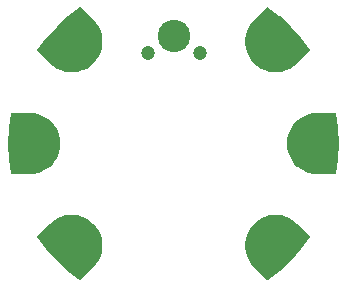
<source format=gbr>
G04 EAGLE Gerber RS-274X export*
G75*
%MOMM*%
%FSLAX34Y34*%
%LPD*%
%INSoldermask Bottom*%
%IPPOS*%
%AMOC8*
5,1,8,0,0,1.08239X$1,22.5*%
G01*
%ADD10C,2.743200*%
%ADD11C,1.203200*%

G36*
X-121900Y-26031D02*
X-121900Y-26031D01*
X-121875Y-26033D01*
X-118260Y-25774D01*
X-118223Y-25765D01*
X-118170Y-25761D01*
X-114629Y-24991D01*
X-114594Y-24976D01*
X-114542Y-24965D01*
X-111147Y-23699D01*
X-111114Y-23679D01*
X-111065Y-23661D01*
X-107884Y-21925D01*
X-107854Y-21901D01*
X-107808Y-21876D01*
X-104906Y-19704D01*
X-104880Y-19676D01*
X-104838Y-19645D01*
X-102276Y-17082D01*
X-102254Y-17051D01*
X-102216Y-17014D01*
X-100044Y-14112D01*
X-100027Y-14078D01*
X-99996Y-14036D01*
X-98259Y-10856D01*
X-98247Y-10819D01*
X-98221Y-10773D01*
X-96955Y-7378D01*
X-96948Y-7340D01*
X-96929Y-7291D01*
X-96159Y-3750D01*
X-96157Y-3712D01*
X-96146Y-3660D01*
X-95887Y-45D01*
X-95891Y-7D01*
X-95887Y45D01*
X-96146Y3660D01*
X-96155Y3697D01*
X-96159Y3750D01*
X-96929Y7291D01*
X-96944Y7326D01*
X-96955Y7378D01*
X-98221Y10773D01*
X-98241Y10806D01*
X-98259Y10856D01*
X-99996Y14036D01*
X-100019Y14066D01*
X-100044Y14112D01*
X-102216Y17014D01*
X-102244Y17040D01*
X-102276Y17082D01*
X-104838Y19645D01*
X-104869Y19666D01*
X-104906Y19704D01*
X-107808Y21876D01*
X-107842Y21893D01*
X-107884Y21925D01*
X-111065Y23661D01*
X-111101Y23673D01*
X-111147Y23699D01*
X-114542Y24965D01*
X-114580Y24972D01*
X-114629Y24991D01*
X-118170Y25761D01*
X-118208Y25763D01*
X-118260Y25774D01*
X-121875Y26033D01*
X-121895Y26031D01*
X-121920Y26034D01*
X-137160Y26034D01*
X-137184Y26030D01*
X-137208Y26032D01*
X-137294Y26010D01*
X-137381Y25995D01*
X-137402Y25982D01*
X-137426Y25976D01*
X-137498Y25925D01*
X-137574Y25880D01*
X-137589Y25862D01*
X-137610Y25847D01*
X-137660Y25775D01*
X-137715Y25706D01*
X-137723Y25683D01*
X-137737Y25663D01*
X-137777Y25525D01*
X-137787Y25494D01*
X-137787Y25489D01*
X-137789Y25483D01*
X-139454Y12831D01*
X-139453Y12807D01*
X-139459Y12776D01*
X-140016Y28D01*
X-140013Y3D01*
X-140016Y-28D01*
X-139459Y-12776D01*
X-139454Y-12800D01*
X-139454Y-12831D01*
X-137789Y-25483D01*
X-137781Y-25506D01*
X-137781Y-25531D01*
X-137748Y-25612D01*
X-137721Y-25697D01*
X-137706Y-25716D01*
X-137696Y-25738D01*
X-137637Y-25804D01*
X-137582Y-25873D01*
X-137562Y-25886D01*
X-137545Y-25904D01*
X-137466Y-25944D01*
X-137391Y-25991D01*
X-137367Y-25995D01*
X-137345Y-26007D01*
X-137203Y-26028D01*
X-137171Y-26034D01*
X-137166Y-26033D01*
X-137160Y-26034D01*
X-121920Y-26034D01*
X-121900Y-26031D01*
G37*
G36*
X137184Y-26030D02*
X137184Y-26030D01*
X137208Y-26032D01*
X137294Y-26010D01*
X137381Y-25995D01*
X137402Y-25982D01*
X137426Y-25976D01*
X137498Y-25925D01*
X137574Y-25880D01*
X137589Y-25862D01*
X137610Y-25847D01*
X137660Y-25775D01*
X137715Y-25706D01*
X137723Y-25683D01*
X137737Y-25663D01*
X137777Y-25525D01*
X137787Y-25494D01*
X137787Y-25489D01*
X137789Y-25483D01*
X139454Y-12831D01*
X139453Y-12811D01*
X139454Y-12809D01*
X139454Y-12803D01*
X139459Y-12776D01*
X140016Y-28D01*
X140013Y-3D01*
X140016Y28D01*
X139459Y12776D01*
X139454Y12800D01*
X139454Y12831D01*
X137789Y25483D01*
X137781Y25506D01*
X137781Y25531D01*
X137748Y25612D01*
X137721Y25697D01*
X137706Y25716D01*
X137696Y25738D01*
X137637Y25804D01*
X137582Y25873D01*
X137562Y25886D01*
X137545Y25904D01*
X137466Y25944D01*
X137391Y25991D01*
X137367Y25995D01*
X137345Y26007D01*
X137203Y26028D01*
X137171Y26034D01*
X137166Y26033D01*
X137160Y26034D01*
X121920Y26034D01*
X121900Y26031D01*
X121875Y26033D01*
X118260Y25774D01*
X118223Y25765D01*
X118170Y25761D01*
X114629Y24991D01*
X114594Y24976D01*
X114542Y24965D01*
X112039Y24032D01*
X111147Y23699D01*
X111114Y23679D01*
X111065Y23661D01*
X107884Y21925D01*
X107854Y21901D01*
X107808Y21876D01*
X104906Y19704D01*
X104880Y19676D01*
X104838Y19645D01*
X102276Y17082D01*
X102254Y17051D01*
X102216Y17014D01*
X100044Y14112D01*
X100027Y14078D01*
X99996Y14036D01*
X98259Y10856D01*
X98247Y10819D01*
X98221Y10773D01*
X96955Y7378D01*
X96948Y7340D01*
X96929Y7291D01*
X96159Y3750D01*
X96157Y3712D01*
X96146Y3660D01*
X95887Y45D01*
X95891Y7D01*
X95887Y-45D01*
X96146Y-3660D01*
X96155Y-3697D01*
X96159Y-3750D01*
X96929Y-7291D01*
X96944Y-7326D01*
X96955Y-7378D01*
X98221Y-10773D01*
X98241Y-10806D01*
X98259Y-10856D01*
X99996Y-14036D01*
X100019Y-14066D01*
X100044Y-14112D01*
X102216Y-17014D01*
X102244Y-17040D01*
X102276Y-17082D01*
X104838Y-19645D01*
X104869Y-19666D01*
X104906Y-19704D01*
X107808Y-21876D01*
X107842Y-21893D01*
X107884Y-21925D01*
X111065Y-23661D01*
X111101Y-23673D01*
X111147Y-23699D01*
X114542Y-24965D01*
X114580Y-24972D01*
X114629Y-24991D01*
X118170Y-25761D01*
X118208Y-25763D01*
X118260Y-25774D01*
X121875Y-26033D01*
X121895Y-26031D01*
X121920Y-26034D01*
X137160Y-26034D01*
X137184Y-26030D01*
G37*
G36*
X-84447Y60333D02*
X-84447Y60333D01*
X-84394Y60333D01*
X-80807Y60849D01*
X-80771Y60861D01*
X-80718Y60868D01*
X-77241Y61889D01*
X-77207Y61906D01*
X-77156Y61921D01*
X-73860Y63426D01*
X-73828Y63448D01*
X-73780Y63470D01*
X-70732Y65429D01*
X-70704Y65455D01*
X-70659Y65483D01*
X-67920Y67856D01*
X-67896Y67886D01*
X-67856Y67920D01*
X-65483Y70659D01*
X-65464Y70692D01*
X-65429Y70732D01*
X-63470Y73780D01*
X-63455Y73816D01*
X-63426Y73860D01*
X-61921Y77156D01*
X-61911Y77193D01*
X-61889Y77241D01*
X-60868Y80718D01*
X-60864Y80756D01*
X-60849Y80807D01*
X-60333Y84394D01*
X-60334Y84432D01*
X-60327Y84484D01*
X-60327Y88108D01*
X-60333Y88146D01*
X-60333Y88198D01*
X-60849Y91786D01*
X-60861Y91822D01*
X-60868Y91874D01*
X-61889Y95351D01*
X-61906Y95385D01*
X-61921Y95436D01*
X-63426Y98733D01*
X-63448Y98764D01*
X-63470Y98812D01*
X-65429Y101861D01*
X-65455Y101889D01*
X-65456Y101891D01*
X-65457Y101892D01*
X-65483Y101933D01*
X-67856Y104672D01*
X-67872Y104685D01*
X-67887Y104705D01*
X-78664Y115481D01*
X-78684Y115495D01*
X-78699Y115514D01*
X-78775Y115559D01*
X-78848Y115610D01*
X-78871Y115616D01*
X-78892Y115628D01*
X-78980Y115643D01*
X-79065Y115665D01*
X-79089Y115663D01*
X-79113Y115667D01*
X-79200Y115651D01*
X-79288Y115642D01*
X-79310Y115631D01*
X-79334Y115627D01*
X-79460Y115557D01*
X-79489Y115543D01*
X-79493Y115539D01*
X-79498Y115536D01*
X-89622Y107768D01*
X-89637Y107752D01*
X-89654Y107742D01*
X-89657Y107737D01*
X-89664Y107732D01*
X-99072Y99111D01*
X-99087Y99092D01*
X-99111Y99072D01*
X-107732Y89664D01*
X-107746Y89643D01*
X-107768Y89622D01*
X-115536Y79498D01*
X-115547Y79476D01*
X-115564Y79459D01*
X-115599Y79377D01*
X-115639Y79299D01*
X-115642Y79274D01*
X-115652Y79252D01*
X-115656Y79164D01*
X-115666Y79076D01*
X-115661Y79052D01*
X-115662Y79028D01*
X-115635Y78944D01*
X-115614Y78858D01*
X-115600Y78837D01*
X-115593Y78814D01*
X-115507Y78699D01*
X-115489Y78671D01*
X-115485Y78668D01*
X-115481Y78664D01*
X-104705Y67887D01*
X-104689Y67876D01*
X-104672Y67856D01*
X-101933Y65483D01*
X-101900Y65464D01*
X-101861Y65429D01*
X-98812Y63470D01*
X-98777Y63455D01*
X-98733Y63426D01*
X-95436Y61921D01*
X-95399Y61911D01*
X-95351Y61889D01*
X-91874Y60868D01*
X-91836Y60864D01*
X-91786Y60849D01*
X-88198Y60333D01*
X-88160Y60334D01*
X-88108Y60327D01*
X-84484Y60327D01*
X-84447Y60333D01*
G37*
G36*
X79200Y-115651D02*
X79200Y-115651D01*
X79288Y-115642D01*
X79310Y-115631D01*
X79334Y-115627D01*
X79460Y-115557D01*
X79489Y-115543D01*
X79493Y-115539D01*
X79498Y-115536D01*
X89622Y-107768D01*
X89638Y-107750D01*
X89664Y-107732D01*
X99072Y-99111D01*
X99087Y-99092D01*
X99111Y-99072D01*
X107732Y-89664D01*
X107746Y-89643D01*
X107768Y-89622D01*
X115536Y-79498D01*
X115547Y-79476D01*
X115564Y-79459D01*
X115599Y-79377D01*
X115639Y-79299D01*
X115642Y-79274D01*
X115652Y-79252D01*
X115656Y-79164D01*
X115666Y-79076D01*
X115661Y-79052D01*
X115662Y-79028D01*
X115635Y-78944D01*
X115614Y-78858D01*
X115600Y-78837D01*
X115593Y-78814D01*
X115507Y-78699D01*
X115489Y-78671D01*
X115485Y-78668D01*
X115481Y-78664D01*
X104705Y-67887D01*
X104689Y-67876D01*
X104672Y-67856D01*
X101933Y-65483D01*
X101900Y-65464D01*
X101861Y-65429D01*
X98812Y-63470D01*
X98777Y-63455D01*
X98733Y-63426D01*
X95436Y-61921D01*
X95399Y-61911D01*
X95351Y-61889D01*
X91874Y-60868D01*
X91836Y-60864D01*
X91786Y-60849D01*
X88198Y-60333D01*
X88160Y-60334D01*
X88108Y-60327D01*
X84484Y-60327D01*
X84447Y-60333D01*
X84394Y-60333D01*
X80807Y-60849D01*
X80771Y-60861D01*
X80718Y-60868D01*
X77241Y-61889D01*
X77207Y-61906D01*
X77156Y-61921D01*
X73860Y-63426D01*
X73828Y-63448D01*
X73780Y-63470D01*
X70732Y-65429D01*
X70704Y-65455D01*
X70659Y-65483D01*
X67920Y-67856D01*
X67896Y-67886D01*
X67856Y-67920D01*
X65483Y-70659D01*
X65464Y-70692D01*
X65429Y-70732D01*
X63470Y-73780D01*
X63455Y-73816D01*
X63426Y-73860D01*
X61921Y-77156D01*
X61911Y-77193D01*
X61889Y-77241D01*
X60868Y-80718D01*
X60864Y-80756D01*
X60849Y-80807D01*
X60333Y-84394D01*
X60334Y-84432D01*
X60327Y-84484D01*
X60327Y-88108D01*
X60333Y-88146D01*
X60333Y-88198D01*
X60849Y-91786D01*
X60861Y-91822D01*
X60868Y-91874D01*
X61889Y-95351D01*
X61906Y-95385D01*
X61921Y-95436D01*
X63426Y-98733D01*
X63448Y-98764D01*
X63470Y-98812D01*
X65429Y-101861D01*
X65455Y-101889D01*
X65483Y-101933D01*
X67856Y-104672D01*
X67872Y-104685D01*
X67887Y-104705D01*
X78664Y-115481D01*
X78684Y-115495D01*
X78699Y-115514D01*
X78775Y-115559D01*
X78848Y-115610D01*
X78871Y-115616D01*
X78892Y-115628D01*
X78980Y-115643D01*
X79065Y-115665D01*
X79089Y-115663D01*
X79113Y-115667D01*
X79200Y-115651D01*
G37*
G36*
X88146Y60333D02*
X88146Y60333D01*
X88198Y60333D01*
X91786Y60849D01*
X91822Y60861D01*
X91874Y60868D01*
X95351Y61889D01*
X95385Y61906D01*
X95436Y61921D01*
X98733Y63426D01*
X98764Y63448D01*
X98812Y63470D01*
X101861Y65429D01*
X101889Y65455D01*
X101933Y65483D01*
X104672Y67856D01*
X104685Y67872D01*
X104705Y67887D01*
X115481Y78664D01*
X115495Y78684D01*
X115514Y78699D01*
X115559Y78775D01*
X115610Y78848D01*
X115616Y78871D01*
X115628Y78892D01*
X115643Y78980D01*
X115665Y79065D01*
X115663Y79089D01*
X115667Y79113D01*
X115651Y79200D01*
X115642Y79288D01*
X115631Y79310D01*
X115627Y79334D01*
X115557Y79460D01*
X115543Y79489D01*
X115539Y79493D01*
X115536Y79498D01*
X107768Y89622D01*
X107750Y89638D01*
X107732Y89664D01*
X99111Y99072D01*
X99092Y99087D01*
X99072Y99111D01*
X89664Y107732D01*
X89643Y107746D01*
X89628Y107762D01*
X89625Y107765D01*
X89624Y107765D01*
X89622Y107768D01*
X88799Y108399D01*
X88799Y108400D01*
X87972Y109034D01*
X87146Y109668D01*
X86319Y110302D01*
X85493Y110936D01*
X84666Y111571D01*
X83840Y112205D01*
X83839Y112205D01*
X83013Y112839D01*
X82186Y113473D01*
X81360Y114108D01*
X80533Y114742D01*
X79707Y115376D01*
X79498Y115536D01*
X79476Y115547D01*
X79459Y115564D01*
X79377Y115599D01*
X79299Y115639D01*
X79274Y115642D01*
X79252Y115652D01*
X79164Y115656D01*
X79076Y115666D01*
X79052Y115661D01*
X79028Y115662D01*
X78944Y115635D01*
X78858Y115614D01*
X78837Y115600D01*
X78814Y115593D01*
X78699Y115507D01*
X78671Y115489D01*
X78668Y115485D01*
X78664Y115481D01*
X67887Y104705D01*
X67876Y104689D01*
X67856Y104672D01*
X65483Y101933D01*
X65464Y101900D01*
X65429Y101861D01*
X63470Y98812D01*
X63455Y98777D01*
X63426Y98733D01*
X61921Y95436D01*
X61911Y95399D01*
X61889Y95351D01*
X60868Y91874D01*
X60864Y91836D01*
X60849Y91786D01*
X60333Y88198D01*
X60334Y88160D01*
X60327Y88108D01*
X60327Y84484D01*
X60333Y84447D01*
X60333Y84394D01*
X60849Y80807D01*
X60861Y80771D01*
X60868Y80718D01*
X61889Y77241D01*
X61906Y77207D01*
X61921Y77156D01*
X63426Y73860D01*
X63448Y73828D01*
X63470Y73780D01*
X65429Y70732D01*
X65455Y70704D01*
X65483Y70659D01*
X67856Y67920D01*
X67886Y67896D01*
X67920Y67856D01*
X70659Y65483D01*
X70692Y65464D01*
X70732Y65429D01*
X73780Y63470D01*
X73816Y63455D01*
X73860Y63426D01*
X77156Y61921D01*
X77193Y61911D01*
X77241Y61889D01*
X80718Y60868D01*
X80756Y60864D01*
X80807Y60849D01*
X84394Y60333D01*
X84432Y60334D01*
X84484Y60327D01*
X88108Y60327D01*
X88146Y60333D01*
G37*
G36*
X-79052Y-115661D02*
X-79052Y-115661D01*
X-79028Y-115662D01*
X-78944Y-115635D01*
X-78858Y-115614D01*
X-78837Y-115600D01*
X-78814Y-115593D01*
X-78699Y-115507D01*
X-78671Y-115489D01*
X-78668Y-115485D01*
X-78664Y-115481D01*
X-67887Y-104705D01*
X-67876Y-104689D01*
X-67856Y-104672D01*
X-65483Y-101933D01*
X-65464Y-101900D01*
X-65429Y-101861D01*
X-63470Y-98812D01*
X-63455Y-98777D01*
X-63426Y-98733D01*
X-61921Y-95436D01*
X-61911Y-95399D01*
X-61889Y-95351D01*
X-60868Y-91874D01*
X-60864Y-91836D01*
X-60849Y-91786D01*
X-60333Y-88198D01*
X-60334Y-88160D01*
X-60327Y-88108D01*
X-60327Y-84484D01*
X-60333Y-84447D01*
X-60333Y-84394D01*
X-60849Y-80807D01*
X-60861Y-80771D01*
X-60868Y-80718D01*
X-61889Y-77241D01*
X-61906Y-77207D01*
X-61921Y-77156D01*
X-63426Y-73860D01*
X-63448Y-73828D01*
X-63470Y-73780D01*
X-65429Y-70732D01*
X-65455Y-70704D01*
X-65483Y-70659D01*
X-67856Y-67920D01*
X-67886Y-67896D01*
X-67920Y-67856D01*
X-70659Y-65483D01*
X-70692Y-65464D01*
X-70732Y-65429D01*
X-73780Y-63470D01*
X-73816Y-63455D01*
X-73860Y-63426D01*
X-77156Y-61921D01*
X-77193Y-61911D01*
X-77241Y-61889D01*
X-80718Y-60868D01*
X-80756Y-60864D01*
X-80807Y-60849D01*
X-84394Y-60333D01*
X-84432Y-60334D01*
X-84484Y-60327D01*
X-88108Y-60327D01*
X-88146Y-60333D01*
X-88198Y-60333D01*
X-91786Y-60849D01*
X-91822Y-60861D01*
X-91874Y-60868D01*
X-95351Y-61889D01*
X-95385Y-61906D01*
X-95436Y-61921D01*
X-98733Y-63426D01*
X-98764Y-63448D01*
X-98812Y-63470D01*
X-101861Y-65429D01*
X-101889Y-65455D01*
X-101933Y-65483D01*
X-104672Y-67856D01*
X-104685Y-67872D01*
X-104705Y-67887D01*
X-115481Y-78664D01*
X-115495Y-78684D01*
X-115514Y-78699D01*
X-115559Y-78775D01*
X-115610Y-78848D01*
X-115616Y-78871D01*
X-115628Y-78892D01*
X-115643Y-78980D01*
X-115665Y-79065D01*
X-115663Y-79089D01*
X-115667Y-79113D01*
X-115651Y-79200D01*
X-115642Y-79288D01*
X-115631Y-79310D01*
X-115627Y-79334D01*
X-115557Y-79460D01*
X-115543Y-79489D01*
X-115539Y-79493D01*
X-115536Y-79498D01*
X-107768Y-89622D01*
X-107750Y-89638D01*
X-107732Y-89664D01*
X-99111Y-99072D01*
X-99092Y-99087D01*
X-99072Y-99111D01*
X-89664Y-107732D01*
X-89643Y-107746D01*
X-89622Y-107768D01*
X-89416Y-107926D01*
X-88589Y-108560D01*
X-87763Y-109194D01*
X-87763Y-109195D01*
X-86936Y-109829D01*
X-86110Y-110463D01*
X-86109Y-110463D01*
X-85283Y-111097D01*
X-84456Y-111731D01*
X-84456Y-111732D01*
X-83630Y-112366D01*
X-82803Y-113000D01*
X-81977Y-113634D01*
X-81150Y-114268D01*
X-81150Y-114269D01*
X-80324Y-114903D01*
X-80323Y-114903D01*
X-79498Y-115536D01*
X-79476Y-115547D01*
X-79459Y-115564D01*
X-79377Y-115599D01*
X-79299Y-115639D01*
X-79274Y-115642D01*
X-79252Y-115652D01*
X-79164Y-115656D01*
X-79076Y-115666D01*
X-79052Y-115661D01*
G37*
D10*
X80010Y-80010D03*
X-113030Y0D03*
X-80010Y-80010D03*
X-80010Y80010D03*
X80010Y80010D03*
X113030Y0D03*
X0Y91440D03*
D11*
X22000Y76360D03*
X-22000Y76360D03*
M02*

</source>
